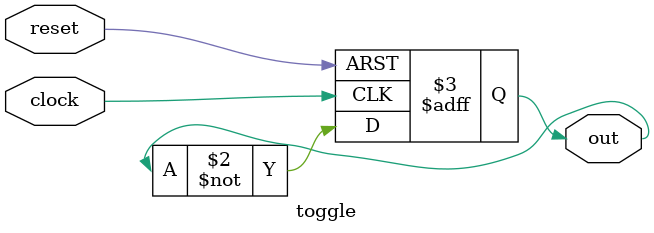
<source format=v>
module pwm_counter #(parameter NUM_BITS = 4) (clock, reset, enableC, oneSReset, fasterClock, parLoad,toggle,enable);
	input wire clock, reset, enableC, oneSReset, fasterClock;
	input wire [NUM_BITS-1:0] parLoad;
	reg [NUM_BITS-1:0] Q;
	reg numIterations;
	output wire enable;
	output wire toggle;
	
	toggle toggleOut(oneSReset, reset,toggle);
	compareOut #(.NUM_BITS(NUM_BITS))compare (clock, reset, enableC, Q, parLoad, enable);
	
	always@(posedge clock, posedge reset, posedge fasterClock)
	begin
		if(reset)
		begin
			Q <= 'b0;
		end
		else
		begin
			
			//at each pulse of 1s clock, start counter 
			if(fasterClock)
				Q <= 'b0;
			else
				Q <= Q +1;
			
		end
	end
endmodule


//controls PWM duty cycle by determining on-duration for every period
module compareOut #(parameter NUM_BITS = 4)(clock, reset, enableC, inLoad, parLoad, enable);
input clock, reset, enableC;
input [NUM_BITS-1:0] inLoad, parLoad;
output reg enable;

always@(posedge clock, posedge reset)
begin
	if(reset)
		enable <= 1'b0;
	else
	begin
		if((inLoad < (parLoad - 1)| (parLoad == 0 & parLoad == inLoad)) & enableC)
			enable <= 1'b1;
		else 
			enable <= 1'b0;
	end
end
endmodule 


module enableLatch(clock,reset,en,done,start,outEnable);
	input clock, reset, en, done,start;
	output reg outEnable;
	
	always@(posedge clock, posedge en, posedge done, posedge reset)
	begin
		if(en)
			outEnable <= 1'b1;
		else if(reset)
			outEnable <= 1'b0;
		else if(done)
			outEnable <= 1'b0;
		else if(!start)
			outEnable <= 1'b0;
	end
endmodule

//controls when the LED blinks on/off for each 1s iteration
module toggle(clock, reset, out);
	input clock, reset;
	output reg out;
	
	always@(posedge clock, posedge reset)
	begin
		if(reset)
			out <= 1'b0;
		else
			out <= ~out;
		//out <= 1'b1;
	end
endmodule
</source>
